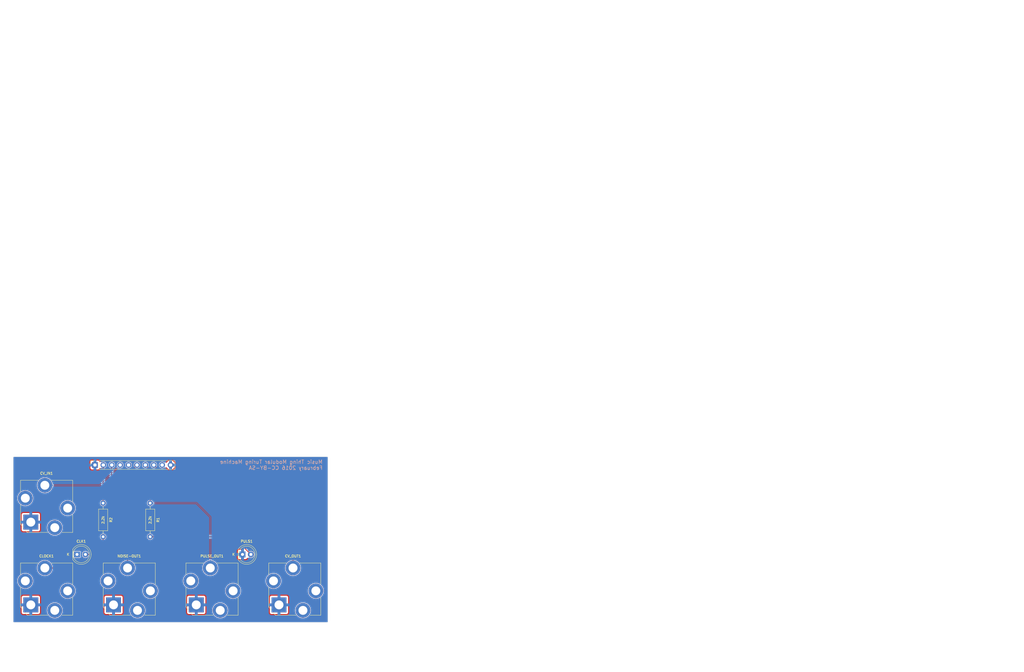
<source format=kicad_pcb>
(kicad_pcb (version 20211014) (generator pcbnew)
  (title_block (date "2022-07-26"))
  (layers (0 "F.Cu" signal) (31 "B.Cu" signal) (34 "B.Paste" user) (35 "F.Paste" user) (36 "B.SilkS" user "B.Silkscreen") (37 "F.SilkS" user "F.Silkscreen") (38 "B.Mask" user) (39 "F.Mask" user) (44 "Edge.Cuts" user))
  (net 0 "")
  (net 1 "/GND")
  (net 2 "/CLOCK_IN_J")
  (net 3 "/CV_IN_J")
  (net 5 "/NOISE_OUT_J")
  (net 6 "/PULSE_OUT_J")
  (net 7 "/CV_OUT_J")
  (net 9 "Net-(PULS1-Pad2)")
  (net 11 "Net-(CLK1-Pad2)")
  (net 12 "/CLOCK_J")
  (footprint "ao_tht:Jack_6.35mm_PJ_629HAN" (layer "F.Cu") (at 37.5 200 -90)
    (fp_text reference "CLOCK1" (at -10 0) (layer "F.SilkS") (effects (font (size 0.75 0.75))))
    (fp_text value "THONKICONNNEW" hide)
    (fp_line (start 6.29 7.09) (end 5.35 7.85) (layer "F.SilkS") (width 0.12))
    (fp_line (start 7.85 5.8) (end 7.85 5.85) (layer "F.SilkS") (width 0.12))
    (fp_line (start 5.35 7.85) (end -0.5 7.85) (layer "F.SilkS") (width 0.12))
    (fp_line (start -7.9 -7.9) (end -1.5 -7.9) (layer "F.SilkS") (width 0.12))
    (fp_line (start -4.5 7.85) (end -7.9 7.85) (layer "F.SilkS") (width 0.12))
    (fp_line (start 7.85 -0.4) (end 7.85 5.8) (layer "F.SilkS") (width 0.12))
    (fp_line (start 7.85 5.85) (end 7.11 6.44) (layer "F.SilkS") (width 0.12))
    (fp_line (start 7.85 -7.9) (end 7.85 -4.7) (layer "F.SilkS") (width 0.12))
    (fp_line (start -7.9 7.85) (end -7.9 2.5) (layer "F.SilkS") (width 0.12))
    (fp_line (start 2.5 -7.9) (end 7.85 -7.9) (layer "F.SilkS") (width 0.12))
    (fp_line (start -7.9 -1.5) (end -7.9 -7.9) (layer "F.SilkS") (width 0.12))
    (pad "R" thru_hole circle locked (at 0.5 -6.4 270) (size 4.500001 4.500001) (drill 2.7) (layers *.Cu *.Mask))
    (pad "RN" thru_hole circle locked (at 6.4 -2.5 270) (size 4.500001 4.500001) (drill 2.7) (layers *.Cu *.Mask))
    (pad "S" thru_hole rect locked (at 4.74 4.74 270) (size 4.500001 4.500001) (drill 2.7) (layers *.Cu *.Mask) (net 1 "/GND"))
    (pad "T" thru_hole circle locked (at -6.4 0.5 270) (size 4.5 4.5) (drill 2.7) (layers *.Cu *.Mask) (net 2 "/CLOCK_IN_J"))
    (pad "TN" thru_hole circle locked (at -2.5 6.4 270) (size 4.5 4.5) (drill 2.7) (layers *.Cu *.Mask))
  )
  (footprint "Connector_PinSocket_2.54mm:PinSocket_1x10_P2.54mm_Vertical" (layer "F.Cu") (at 52.14 162.475 90)
    (fp_text reference "J1" hide)
    (fp_text value "Conn_01x10_Female" hide)
    (fp_line (start 0 -1.33) (end 1.33 -1.33) (layer "F.SilkS") (width 0.12))
    (fp_line (start -1.33 24.19) (end 1.33 24.19) (layer "F.SilkS") (width 0.12))
    (fp_line (start 1.33 1.27) (end 1.33 24.19) (layer "F.SilkS") (width 0.12))
    (fp_line (start -1.33 1.27) (end -1.33 24.19) (layer "F.SilkS") (width 0.12))
    (fp_line (start 1.33 -1.33) (end 1.33 0) (layer "F.SilkS") (width 0.12))
    (fp_line (start -1.33 1.27) (end 1.33 1.27) (layer "F.SilkS") (width 0.12))
    (pad "1" thru_hole rect (at 0 0 90) (size 1.7 1.7) (drill 1) (layers *.Cu *.Mask) (net 1 "/GND"))
    (pad "2" thru_hole oval (at 0 2.54 90) (size 1.7 1.7) (drill 1) (layers *.Cu *.Mask) (net 12 "/CLOCK_J"))
    (pad "3" thru_hole oval (at 0 5.08 90) (size 1.7 1.7) (drill 1) (layers *.Cu *.Mask) (net 2 "/CLOCK_IN_J"))
    (pad "4" thru_hole oval (at 0 7.62 90) (size 1.7 1.7) (drill 1) (layers *.Cu *.Mask) (net 3 "/CV_IN_J"))
    (pad "5" thru_hole oval (at 0 10.16 90) (size 1.7 1.7) (drill 1) (layers *.Cu *.Mask))
    (pad "6" thru_hole oval (at 0 12.7 90) (size 1.7 1.7) (drill 1) (layers *.Cu *.Mask) (net 5 "/NOISE_OUT_J"))
    (pad "7" thru_hole oval (at 0 15.24 90) (size 1.7 1.7) (drill 1) (layers *.Cu *.Mask) (net 6 "/PULSE_OUT_J"))
    (pad "8" thru_hole oval (at 0 17.78 90) (size 1.7 1.7) (drill 1) (layers *.Cu *.Mask) (net 7 "/CV_OUT_J"))
    (pad "9" thru_hole oval (at 0 20.32 90) (size 1.7 1.7) (drill 1) (layers *.Cu *.Mask))
    (pad "10" thru_hole oval (at 0 22.86 90) (size 1.7 1.7) (drill 1) (layers *.Cu *.Mask) (net 1 "/GND"))
  )
  (footprint "ao_tht:R_Axial_DIN0207_L6.3mm_D2.5mm_P10.16mm_Horizontal" (layer "F.Cu") (at 54.61 173.99 -90)
    (fp_text reference "R2" (at 5.08 -2.37 90) (layer "F.SilkS") (effects (font (size 0.75 0.75))))
    (fp_text value "2.2k")
    (fp_text user "${VALUE}" (at 5.08 0 90) (layer "F.SilkS") (effects (font (size 0.75 0.75))))
    (fp_line (start 8.35 1.37) (end 8.35 -1.37) (layer "F.SilkS") (width 0.12))
    (fp_line (start 1.04 0) (end 1.81 0) (layer "F.SilkS") (width 0.12))
    (fp_line (start 1.81 -1.37) (end 1.81 1.37) (layer "F.SilkS") (width 0.12))
    (fp_line (start 8.35 -1.37) (end 1.81 -1.37) (layer "F.SilkS") (width 0.12))
    (fp_line (start 1.81 1.37) (end 8.35 1.37) (layer "F.SilkS") (width 0.12))
    (fp_line (start 9.12 0) (end 8.35 0) (layer "F.SilkS") (width 0.12))
    (pad "1" thru_hole circle locked (at 0 0 270) (size 1.6 1.6) (drill 0.8) (layers *.Cu *.Mask) (net 12 "/CLOCK_J"))
    (pad "2" thru_hole oval locked (at 10.16 0 270) (size 1.6 1.6) (drill 0.8) (layers *.Cu *.Mask) (net 11 "Net-(CLK1-Pad2)"))
  )
  (footprint "ao_tht:Jack_6.35mm_PJ_629HAN" (layer "F.Cu") (at 62.5 200 -90)
    (fp_text reference "NOISE-OUT1" (at -10 0) (layer "F.SilkS") (effects (font (size 0.75 0.75))))
    (fp_text value "THONKICONNNEW" hide)
    (fp_line (start 5.35 7.85) (end -0.5 7.85) (layer "F.SilkS") (width 0.12))
    (fp_line (start 7.85 5.8) (end 7.85 5.85) (layer "F.SilkS") (width 0.12))
    (fp_line (start 2.5 -7.9) (end 7.85 -7.9) (layer "F.SilkS") (width 0.12))
    (fp_line (start -7.9 -7.9) (end -1.5 -7.9) (layer "F.SilkS") (width 0.12))
    (fp_line (start -4.5 7.85) (end -7.9 7.85) (layer "F.SilkS") (width 0.12))
    (fp_line (start 7.85 -7.9) (end 7.85 -4.7) (layer "F.SilkS") (width 0.12))
    (fp_line (start 7.85 5.85) (end 7.11 6.44) (layer "F.SilkS") (width 0.12))
    (fp_line (start -7.9 -1.5) (end -7.9 -7.9) (layer "F.SilkS") (width 0.12))
    (fp_line (start 7.85 -0.4) (end 7.85 5.8) (layer "F.SilkS") (width 0.12))
    (fp_line (start 6.29 7.09) (end 5.35 7.85) (layer "F.SilkS") (width 0.12))
    (fp_line (start -7.9 7.85) (end -7.9 2.5) (layer "F.SilkS") (width 0.12))
    (pad "R" thru_hole circle locked (at 0.5 -6.4 270) (size 4.500001 4.500001) (drill 2.7) (layers *.Cu *.Mask))
    (pad "RN" thru_hole circle locked (at 6.4 -2.5 270) (size 4.500001 4.500001) (drill 2.7) (layers *.Cu *.Mask))
    (pad "S" thru_hole rect locked (at 4.74 4.74 270) (size 4.500001 4.500001) (drill 2.7) (layers *.Cu *.Mask) (net 1 "/GND"))
    (pad "T" thru_hole circle locked (at -6.4 0.5 270) (size 4.5 4.5) (drill 2.7) (layers *.Cu *.Mask) (net 5 "/NOISE_OUT_J"))
    (pad "TN" thru_hole circle locked (at -2.5 6.4 270) (size 4.5 4.5) (drill 2.7) (layers *.Cu *.Mask))
  )
  (footprint "ao_tht:R_Axial_DIN0207_L6.3mm_D2.5mm_P10.16mm_Horizontal" (layer "F.Cu") (at 68.834 173.99 -90)
    (fp_text reference "R1" (at 5.08 -2.37 90) (layer "F.SilkS") (effects (font (size 0.75 0.75))))
    (fp_text value "2.2k")
    (fp_text user "${VALUE}" (at 5.08 0 90) (layer "F.SilkS") (effects (font (size 0.75 0.75))))
    (fp_line (start 1.81 1.37) (end 8.35 1.37) (layer "F.SilkS") (width 0.12))
    (fp_line (start 8.35 -1.37) (end 1.81 -1.37) (layer "F.SilkS") (width 0.12))
    (fp_line (start 9.12 0) (end 8.35 0) (layer "F.SilkS") (width 0.12))
    (fp_line (start 1.81 -1.37) (end 1.81 1.37) (layer "F.SilkS") (width 0.12))
    (fp_line (start 8.35 1.37) (end 8.35 -1.37) (layer "F.SilkS") (width 0.12))
    (fp_line (start 1.04 0) (end 1.81 0) (layer "F.SilkS") (width 0.12))
    (pad "1" thru_hole circle locked (at 0 0 270) (size 1.6 1.6) (drill 0.8) (layers *.Cu *.Mask) (net 6 "/PULSE_OUT_J"))
    (pad "2" thru_hole oval locked (at 10.16 0 270) (size 1.6 1.6) (drill 0.8) (layers *.Cu *.Mask) (net 9 "Net-(PULS1-Pad2)"))
  )
  (footprint "ao_tht:LED_D5.0mm" (layer "F.Cu") (at 46.725 189.5)
    (fp_text reference "CLK1" (at 1.27 -3.96) (layer "F.SilkS") (effects (font (size 0.75 0.75))))
    (fp_text value "LED5MM")
    (fp_text user "K" (at -2.7 0) (layer "F.SilkS") (effects (font (size 0.75 0.75))))
    (fp_line (start -1.29 -1.545) (end -1.29 1.545) (layer "F.SilkS") (width 0.12))
    (fp_arc (start 4.26 -0.000462) (mid 2.072002 2.880433) (end -1.29 1.54483) (layer "F.SilkS") (width 0.12))
    (fp_arc (start -1.29 -1.54483) (mid 2.072002 -2.880433) (end 4.26 0.000462) (layer "F.SilkS") (width 0.12))
    (fp_circle (center 1.27 0) (end 3.77 0) (layer "F.SilkS") (width 0.12) (fill none))
    (pad "1" thru_hole rect locked (at 0 0) (size 1.8 1.8) (drill 0.9) (layers *.Cu *.Mask))
    (pad "2" thru_hole circle locked (at 2.54 0) (size 1.8 1.8) (drill 0.9) (layers *.Cu *.Mask) (net 11 "Net-(CLK1-Pad2)"))
  )
  (footprint "ao_tht:Jack_6.35mm_PJ_629HAN" (layer "F.Cu") (at 112.5 200 -90)
    (fp_text reference "CV_OUT1" (at -10 0.5) (layer "F.SilkS") (effects (font (size 0.75 0.75))))
    (fp_text value "THONKICONNNEW" hide)
    (fp_line (start 7.85 -7.9) (end 7.85 -4.7) (layer "F.SilkS") (width 0.12))
    (fp_line (start 5.35 7.85) (end -0.5 7.85) (layer "F.SilkS") (width 0.12))
    (fp_line (start 2.5 -7.9) (end 7.85 -7.9) (layer "F.SilkS") (width 0.12))
    (fp_line (start -7.9 -1.5) (end -7.9 -7.9) (layer "F.SilkS") (width 0.12))
    (fp_line (start -4.5 7.85) (end -7.9 7.85) (layer "F.SilkS") (width 0.12))
    (fp_line (start -7.9 7.85) (end -7.9 2.5) (layer "F.SilkS") (width 0.12))
    (fp_line (start 7.85 -0.4) (end 7.85 5.8) (layer "F.SilkS") (width 0.12))
    (fp_line (start 7.85 5.85) (end 7.11 6.44) (layer "F.SilkS") (width 0.12))
    (fp_line (start 6.29 7.09) (end 5.35 7.85) (layer "F.SilkS") (width 0.12))
    (fp_line (start -7.9 -7.9) (end -1.5 -7.9) (layer "F.SilkS") (width 0.12))
    (fp_line (start 7.85 5.8) (end 7.85 5.85) (layer "F.SilkS") (width 0.12))
    (pad "R" thru_hole circle locked (at 0.5 -6.4 270) (size 4.500001 4.500001) (drill 2.7) (layers *.Cu *.Mask))
    (pad "RN" thru_hole circle locked (at 6.4 -2.5 270) (size 4.500001 4.500001) (drill 2.7) (layers *.Cu *.Mask))
    (pad "S" thru_hole rect locked (at 4.74 4.74 270) (size 4.500001 4.500001) (drill 2.7) (layers *.Cu *.Mask) (net 1 "/GND"))
    (pad "T" thru_hole circle locked (at -6.4 0.5 270) (size 4.5 4.5) (drill 2.7) (layers *.Cu *.Mask) (net 7 "/CV_OUT_J"))
    (pad "TN" thru_hole circle locked (at -2.5 6.4 270) (size 4.5 4.5) (drill 2.7) (layers *.Cu *.Mask))
  )
  (footprint "ao_tht:LED_D5.0mm" (layer "F.Cu") (at 96.725 189.5)
    (fp_text reference "PULS1" (at 1.27 -3.96) (layer "F.SilkS") (effects (font (size 0.75 0.75))))
    (fp_text value "LED5MM")
    (fp_text user "K" (at -2.7 0) (layer "F.SilkS") (effects (font (size 0.75 0.75))))
    (fp_line (start -1.29 -1.545) (end -1.29 1.545) (layer "F.SilkS") (width 0.12))
    (fp_arc (start 4.26 -0.000462) (mid 2.072002 2.880433) (end -1.29 1.54483) (layer "F.SilkS") (width 0.12))
    (fp_arc (start -1.29 -1.54483) (mid 2.072002 -2.880433) (end 4.26 0.000462) (layer "F.SilkS") (width 0.12))
    (fp_circle (center 1.27 0) (end 3.77 0) (layer "F.SilkS") (width 0.12) (fill none))
    (pad "1" thru_hole rect locked (at 0 0) (size 1.8 1.8) (drill 0.9) (layers *.Cu *.Mask) (net 1 "/GND"))
    (pad "2" thru_hole circle locked (at 2.54 0) (size 1.8 1.8) (drill 0.9) (layers *.Cu *.Mask) (net 9 "Net-(PULS1-Pad2)"))
  )
  (footprint "ao_tht:Jack_6.35mm_PJ_629HAN" (layer "F.Cu") (at 37.5 175 -90)
    (fp_text reference "CV_IN1" (at -10 0) (layer "F.SilkS") (effects (font (size 0.75 0.75))))
    (fp_text value "THONKICONNNEW" hide)
    (fp_line (start 7.85 -0.4) (end 7.85 5.8) (layer "F.SilkS") (width 0.12))
    (fp_line (start 7.85 -7.9) (end 7.85 -4.7) (layer "F.SilkS") (width 0.12))
    (fp_line (start -7.9 -1.5) (end -7.9 -7.9) (layer "F.SilkS") (width 0.12))
    (fp_line (start -4.5 7.85) (end -7.9 7.85) (layer "F.SilkS") (width 0.12))
    (fp_line (start 6.29 7.09) (end 5.35 7.85) (layer "F.SilkS") (width 0.12))
    (fp_line (start -7.9 -7.9) (end -1.5 -7.9) (layer "F.SilkS") (width 0.12))
    (fp_line (start -7.9 7.85) (end -7.9 2.5) (layer "F.SilkS") (width 0.12))
    (fp_line (start 5.35 7.85) (end -0.5 7.85) (layer "F.SilkS") (width 0.12))
    (fp_line (start 2.5 -7.9) (end 7.85 -7.9) (layer "F.SilkS") (width 0.12))
    (fp_line (start 7.85 5.85) (end 7.11 6.44) (layer "F.SilkS") (width 0.12))
    (fp_line (start 7.85 5.8) (end 7.85 5.85) (layer "F.SilkS") (width 0.12))
    (pad "R" thru_hole circle locked (at 0.5 -6.4 270) (size 4.500001 4.500001) (drill 2.7) (layers *.Cu *.Mask))
    (pad "RN" thru_hole circle locked (at 6.4 -2.5 270) (size 4.500001 4.500001) (drill 2.7) (layers *.Cu *.Mask))
    (pad "S" thru_hole rect locked (at 4.74 4.74 270) (size 4.500001 4.500001) (drill 2.7) (layers *.Cu *.Mask) (net 1 "/GND"))
    (pad "T" thru_hole circle locked (at -6.4 0.5 270) (size 4.5 4.5) (drill 2.7) (layers *.Cu *.Mask) (net 3 "/CV_IN_J"))
    (pad "TN" thru_hole circle locked (at -2.5 6.4 270) (size 4.5 4.5) (drill 2.7) (layers *.Cu *.Mask))
  )
  (footprint "ao_tht:Jack_6.35mm_PJ_629HAN" (layer "F.Cu") (at 87.5 200 -90)
    (fp_text reference "PULSE_OUT1" (at -10 0) (layer "F.SilkS") (effects (font (size 0.75 0.75))))
    (fp_text value "THONKICONNNEW" hide)
    (fp_line (start -4.5 7.85) (end -7.9 7.85) (layer "F.SilkS") (width 0.12))
    (fp_line (start 7.85 -0.4) (end 7.85 5.8) (layer "F.SilkS") (width 0.12))
    (fp_line (start -7.9 7.85) (end -7.9 2.5) (layer "F.SilkS") (width 0.12))
    (fp_line (start 7.85 5.8) (end 7.85 5.85) (layer "F.SilkS") (width 0.12))
    (fp_line (start 2.5 -7.9) (end 7.85 -7.9) (layer "F.SilkS") (width 0.12))
    (fp_line (start 5.35 7.85) (end -0.5 7.85) (layer "F.SilkS") (width 0.12))
    (fp_line (start 7.85 5.85) (end 7.11 6.44) (layer "F.SilkS") (width 0.12))
    (fp_line (start -7.9 -1.5) (end -7.9 -7.9) (layer "F.SilkS") (width 0.12))
    (fp_line (start 7.85 -7.9) (end 7.85 -4.7) (layer "F.SilkS") (width 0.12))
    (fp_line (start 6.29 7.09) (end 5.35 7.85) (layer "F.SilkS") (width 0.12))
    (fp_line (start -7.9 -7.9) (end -1.5 -7.9) (layer "F.SilkS") (width 0.12))
    (pad "R" thru_hole circle locked (at 0.5 -6.4 270) (size 4.500001 4.500001) (drill 2.7) (layers *.Cu *.Mask))
    (pad "RN" thru_hole circle locked (at 6.4 -2.5 270) (size 4.500001 4.500001) (drill 2.7) (layers *.Cu *.Mask))
    (pad "S" thru_hole rect locked (at 4.74 4.74 270) (size 4.500001 4.500001) (drill 2.7) (layers *.Cu *.Mask) (net 1 "/GND"))
    (pad "T" thru_hole circle locked (at -6.4 0.5 270) (size 4.5 4.5) (drill 2.7) (layers *.Cu *.Mask) (net 6 "/PULSE_OUT_J"))
    (pad "TN" thru_hole circle locked (at -2.5 6.4 270) (size 4.5 4.5) (drill 2.7) (layers *.Cu *.Mask))
  )
  (gr_line (start 27.5 160) (end 122.5 160) (layer "Edge.Cuts") (width 0.05))
  (gr_line (start 122.5 210) (end 27.5 210) (layer "Edge.Cuts") (width 0.05))
  (gr_line (start 27.5 210) (end 27.5 160) (layer "Edge.Cuts") (width 0.05))
  (gr_line (start 122.5 160) (end 122.5 210) (layer "Edge.Cuts") (width 0.05))
  (gr_text "Music Thing Modular Turing Machine \nFebruary 2016 CC-BY-SA\n" (at 121 164) (layer "B.SilkS") (effects (font (size 1.1176 1.1176) (thickness 0.1524)) (justify left bottom mirror)))
  (segment (start 57.15 162.545) (end 57.22 162.475) (width 0.25) (layer "F.Cu") (net 2))
  (segment (start 54.304 193.6) (end 37 193.6) (width 0.25) (layer "F.Cu") (net 2))
  (segment (start 57.15 162.545) (end 57.15 190.754) (width 0.25) (layer "F.Cu") (net 2))
  (segment (start 57.15 190.754) (end 54.304 193.6) (width 0.25) (layer "F.Cu") (net 2))
  (segment (start 59.76 162.475) (end 53.635 168.6) (width 0.25) (layer "B.Cu") (net 3))
  (segment (start 53.635 168.6) (end 37 168.6) (width 0.25) (layer "B.Cu") (net 3))
  (segment (start 62 193.6) (end 62 165.315) (width 0.25) (layer "F.Cu") (net 5))
  (segment (start 62 165.315) (end 64.84 162.475) (width 0.25) (layer "F.Cu") (net 5))
  (segment (start 68.834 163.929) (end 68.834 173.99) (width 0.25) (layer "F.Cu") (net 6))
  (segment (start 67.38 162.475) (end 68.834 163.929) (width 0.25) (layer "F.Cu") (net 6))
  (segment (start 68.834 173.99) (end 82.804 173.99) (width 0.25) (layer "B.Cu") (net 6))
  (segment (start 87 178.186) (end 87 193.6) (width 0.25) (layer "B.Cu") (net 6))
  (segment (start 82.804 173.99) (end 87 178.186) (width 0.25) (layer "B.Cu") (net 6))
  (segment (start 96 165) (end 112 181) (width 0.25) (layer "F.Cu") (net 7))
  (segment (start 72.445 165) (end 96 165) (width 0.25) (layer "F.Cu") (net 7))
  (segment (start 69.92 162.475) (end 72.445 165) (width 0.25) (layer "F.Cu") (net 7))
  (segment (start 112 181) (end 112 193.6) (width 0.25) (layer "F.Cu") (net 7))
  (segment (start 68.834 184.15) (end 93.915 184.15) (width 0.25) (layer "F.Cu") (net 9))
  (segment (start 93.915 184.15) (end 99.265 189.5) (width 0.25) (layer "F.Cu") (net 9))
  (segment (start 54.61 187.706) (end 52.816 189.5) (width 0.25) (layer "F.Cu") (net 11))
  (segment (start 52.816 189.5) (end 49.265 189.5) (width 0.25) (layer "F.Cu") (net 11))
  (segment (start 54.61 184.15) (end 54.61 187.706) (width 0.25) (layer "F.Cu") (net 11))
  (segment (start 54.61 162.545) (end 54.61 173.99) (width 0.25) (layer "F.Cu") (net 12))
  (segment (start 54.68 162.475) (end 54.61 162.545) (width 0.25) (layer "F.Cu") (net 12))
  (zone (net 1) (net_name "/GND") (layer "F.Cu") (connect_pads (clearance 0.508)) (min_thickness 0.254) (fill yes (thermal_gap 0.508) (thermal_bridge_width 0.508))
    (polygon (pts (xy 26 213.5) (xy 26.5 156.5) (xy 125 158.5) (xy 124.5 211.5)))
  )
  (zone (net 1) (net_name "/GND") (layer "B.Cu") (priority 6) (connect_pads (clearance 0.000001)) (min_thickness 0.4064) (fill yes (thermal_gap 0.8628) (thermal_bridge_width 0.8628))
    (polygon (pts (xy 124 211.5) (xy 26.5 212.5) (xy 27 157) (xy 124 158.5)))
  )
)
</source>
